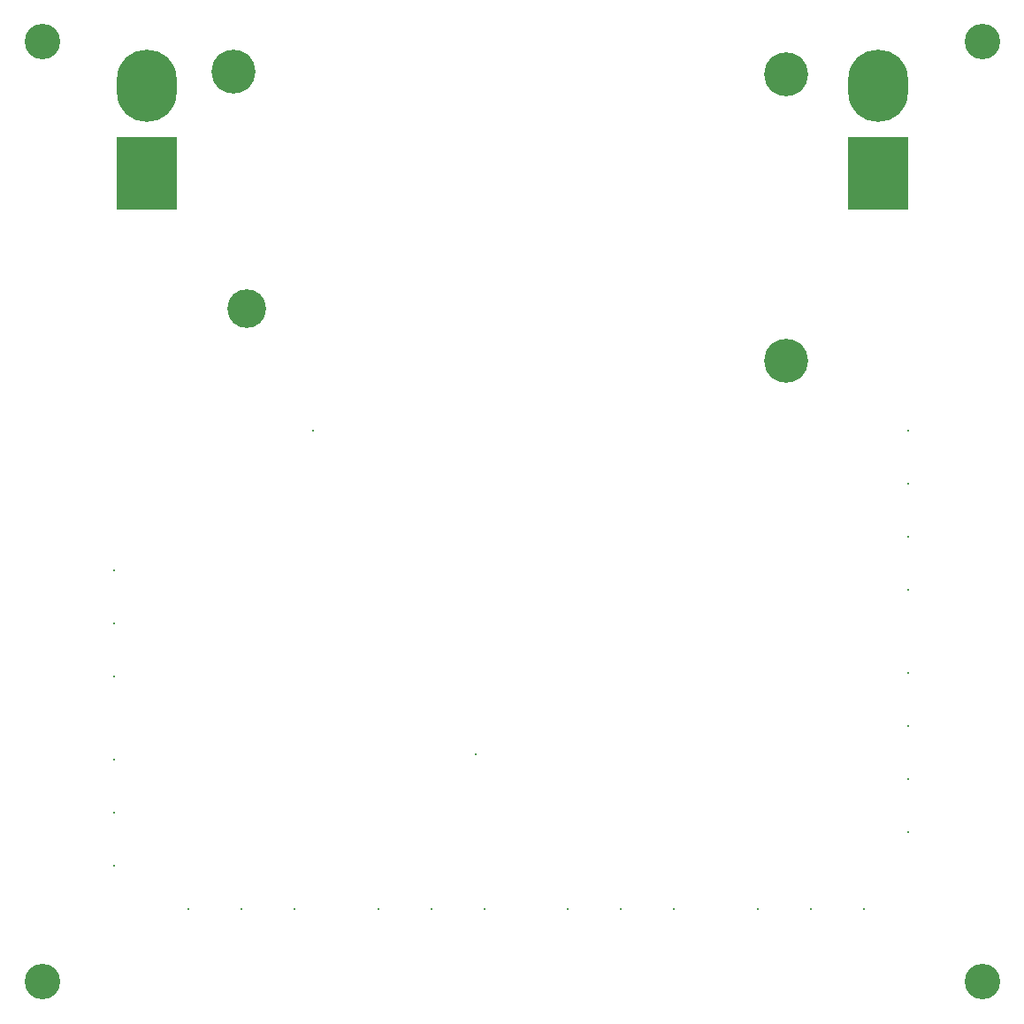
<source format=gbs>
G04*
G04 #@! TF.GenerationSoftware,Altium Limited,Altium Designer,19.0.13 (425)*
G04*
G04 Layer_Color=16711935*
%FSTAX24Y24*%
%MOIN*%
G70*
G01*
G75*
%ADD15C,0.1655*%
%ADD16C,0.1458*%
%ADD17C,0.1339*%
%ADD18C,0.0080*%
%ADD19R,0.2252X0.2724*%
%ADD20O,0.2252X0.2724*%
D15*
X029734Y03952D02*
D03*
X05058Y039443D02*
D03*
Y028616D02*
D03*
D16*
X030226Y030583D02*
D03*
D17*
X022524Y005217D02*
D03*
X057957D02*
D03*
Y04065D02*
D03*
X022524D02*
D03*
D18*
X055154Y026005D02*
D03*
Y024005D02*
D03*
Y022005D02*
D03*
Y020005D02*
D03*
Y016856D02*
D03*
Y014856D02*
D03*
Y012856D02*
D03*
Y010856D02*
D03*
X053496Y007972D02*
D03*
X051496D02*
D03*
X049496D02*
D03*
X046346D02*
D03*
X044346D02*
D03*
X042346D02*
D03*
X039197D02*
D03*
X037197D02*
D03*
X035197D02*
D03*
X032047D02*
D03*
X028047D02*
D03*
X030047D02*
D03*
X025233Y009596D02*
D03*
Y011596D02*
D03*
Y013596D02*
D03*
Y016714D02*
D03*
Y018714D02*
D03*
Y020714D02*
D03*
X038863Y01378D02*
D03*
X032724Y026D02*
D03*
D19*
X026461Y035689D02*
D03*
X05402D02*
D03*
D20*
X026461Y038996D02*
D03*
X05402D02*
D03*
M02*

</source>
